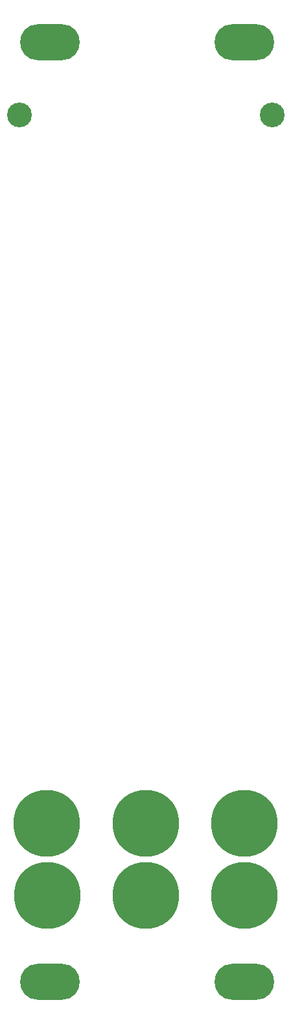
<source format=gbs>
G04 DipTrace 3.2.0.1*
G04 uBraidsII_panel.GBS*
%MOIN*%
G04 #@! TF.FileFunction,Soldermask,Bot*
G04 #@! TF.Part,Single*
%ADD25C,0.127*%
%ADD30O,0.307213X0.185165*%
%ADD32C,0.342646*%
%FSLAX26Y26*%
G04*
G70*
G90*
G75*
G01*
G04 BotMask*
%LPD*%
D25*
X532735Y4962270D3*
X1832598D3*
D32*
X1182067Y954530D3*
X675281Y954610D3*
X674528Y1323210D3*
X1182140Y1323545D3*
X1689295Y1323360D3*
D30*
X1689000Y512058D3*
X689000D3*
D32*
X1689067Y953936D3*
D30*
X689000Y5334892D3*
X1689000D3*
M02*

</source>
